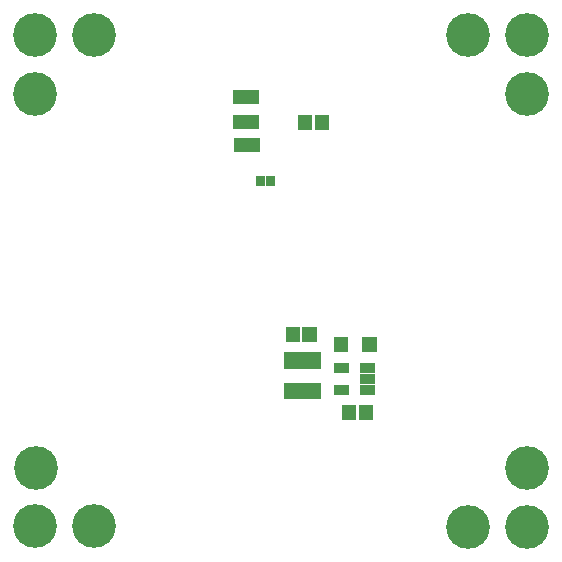
<source format=gbs>
G04 Layer: BottomSolderMaskLayer*
G04 EasyEDA v6.3.22, 2020-01-22T11:07:26+01:00*
G04 c2129058598944f0bb6b3e408993b306,6ac03ef627a24f5ab7c901ca926ad83b,10*
G04 Gerber Generator version 0.2*
G04 Scale: 100 percent, Rotated: No, Reflected: No *
G04 Dimensions in millimeters *
G04 leading zeros omitted , absolute positions ,3 integer and 3 decimal *
%FSLAX33Y33*%
%MOMM*%
G90*
G71D02*

%ADD29C,3.703193*%

%LPD*%
G36*
G01X18958Y35837D02*
G01X18958Y37041D01*
G01X21160Y37041D01*
G01X21160Y35837D01*
G01X18958Y35837D01*
G37*
G36*
G01X18968Y37978D02*
G01X18968Y39182D01*
G01X21170Y39182D01*
G01X21170Y37978D01*
G01X18968Y37978D01*
G37*
G36*
G01X19037Y33937D02*
G01X19037Y35141D01*
G01X21242Y35141D01*
G01X21242Y33937D01*
G01X19037Y33937D01*
G37*
G36*
G01X23218Y12997D02*
G01X23218Y14402D01*
G01X26421Y14402D01*
G01X26421Y12997D01*
G01X23218Y12997D01*
G37*
G36*
G01X23218Y15547D02*
G01X23218Y16952D01*
G01X26421Y16952D01*
G01X26421Y15547D01*
G01X23218Y15547D01*
G37*
G54D29*
G01X2199Y43800D03*
G01X7199Y43799D03*
G01X2210Y38810D03*
G01X43809Y43810D03*
G01X38800Y43810D03*
G01X43819Y38840D03*
G01X2230Y7210D03*
G01X2199Y2220D03*
G01X7210Y2220D03*
G01X43809Y2210D03*
G01X38820Y2199D03*
G01X43809Y7199D03*
G36*
G01X29669Y15222D02*
G01X29669Y16076D01*
G01X30932Y16076D01*
G01X30932Y15222D01*
G01X29669Y15222D01*
G37*
G36*
G01X29669Y14272D02*
G01X29669Y15126D01*
G01X30932Y15126D01*
G01X30932Y14272D01*
G01X29669Y14272D01*
G37*
G36*
G01X29669Y13322D02*
G01X29669Y14176D01*
G01X30932Y14176D01*
G01X30932Y13322D01*
G01X29669Y13322D01*
G37*
G36*
G01X27467Y13322D02*
G01X27467Y14176D01*
G01X28732Y14176D01*
G01X28732Y13322D01*
G01X27467Y13322D01*
G37*
G36*
G01X27467Y15222D02*
G01X27467Y16076D01*
G01X28732Y16076D01*
G01X28732Y15222D01*
G01X27467Y15222D01*
G37*
G36*
G01X29568Y11199D02*
G01X29568Y12502D01*
G01X30772Y12502D01*
G01X30772Y11199D01*
G01X29568Y11199D01*
G37*
G36*
G01X28168Y11199D02*
G01X28168Y12502D01*
G01X29372Y12502D01*
G01X29372Y11199D01*
G01X28168Y11199D01*
G37*
G36*
G01X29888Y17018D02*
G01X29888Y18222D01*
G01X31092Y18222D01*
G01X31092Y17018D01*
G01X29888Y17018D01*
G37*
G36*
G01X27487Y17018D02*
G01X27487Y18222D01*
G01X28691Y18222D01*
G01X28691Y17018D01*
G01X27487Y17018D01*
G37*
G36*
G01X24818Y17828D02*
G01X24818Y19131D01*
G01X26022Y19131D01*
G01X26022Y17828D01*
G01X24818Y17828D01*
G37*
G36*
G01X23418Y17828D02*
G01X23418Y19131D01*
G01X24622Y19131D01*
G01X24622Y17828D01*
G01X23418Y17828D01*
G37*
G36*
G01X24467Y35779D02*
G01X24467Y37082D01*
G01X25671Y37082D01*
G01X25671Y35779D01*
G01X24467Y35779D01*
G37*
G36*
G01X25867Y35779D02*
G01X25867Y37082D01*
G01X27071Y37082D01*
G01X27071Y35779D01*
G01X25867Y35779D01*
G37*
G36*
G01X20883Y31044D02*
G01X20883Y31895D01*
G01X21686Y31895D01*
G01X21686Y31044D01*
G01X20883Y31044D01*
G37*
G36*
G01X21732Y31044D02*
G01X21732Y31895D01*
G01X22534Y31895D01*
G01X22534Y31044D01*
G01X21732Y31044D01*
G37*
M00*
M02*

</source>
